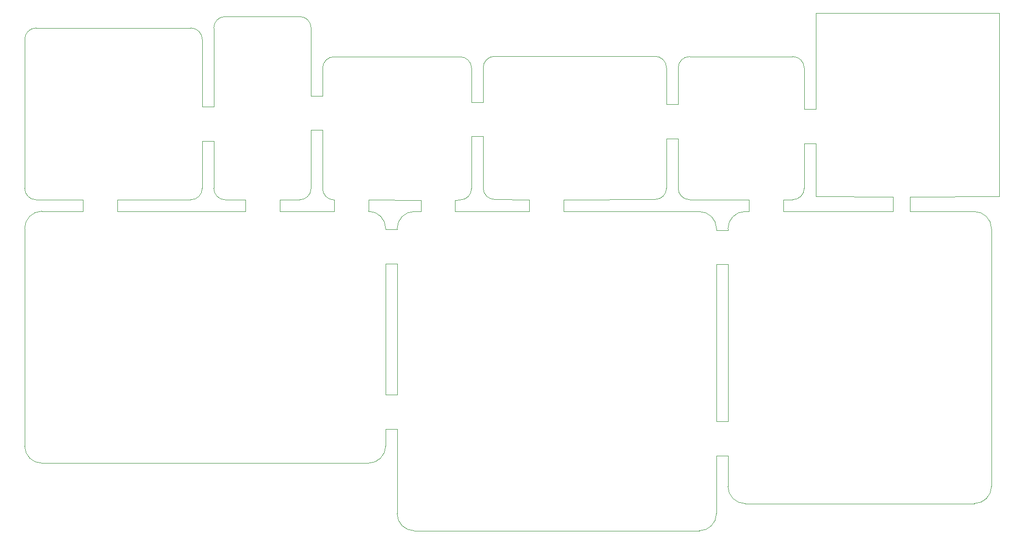
<source format=gbr>
%TF.GenerationSoftware,KiCad,Pcbnew,8.0.3*%
%TF.CreationDate,2024-10-06T13:21:57+03:00*%
%TF.ProjectId,JLC9,4a4c4339-2e6b-4696-9361-645f70636258,rev?*%
%TF.SameCoordinates,Original*%
%TF.FileFunction,Profile,NP*%
%FSLAX46Y46*%
G04 Gerber Fmt 4.6, Leading zero omitted, Abs format (unit mm)*
G04 Created by KiCad (PCBNEW 8.0.3) date 2024-10-06 13:21:57*
%MOMM*%
%LPD*%
G01*
G04 APERTURE LIST*
%TA.AperFunction,Profile*%
%ADD10C,0.100000*%
%TD*%
%TA.AperFunction,Profile*%
%ADD11C,0.050000*%
%TD*%
G04 APERTURE END LIST*
D10*
X194700000Y-84800000D02*
X192700000Y-84800000D01*
X192700000Y-78800000D02*
X194700000Y-78800000D01*
X170664218Y-71585782D02*
X170650000Y-77950000D01*
X168650000Y-77950000D02*
X168630000Y-71550000D01*
X168650000Y-83950000D02*
X168630000Y-92550000D01*
X170664218Y-92585782D02*
X170650000Y-83950000D01*
X189000000Y-94600000D02*
X190664218Y-94585782D01*
X183000000Y-94600000D02*
X172664218Y-94585782D01*
X182350000Y-96650000D02*
X183000000Y-96600000D01*
X183000000Y-96600000D02*
X183000000Y-94600000D01*
X189000000Y-94600000D02*
X189000000Y-96600000D01*
X168650000Y-77950000D02*
X170650000Y-77950000D01*
X170650000Y-83950000D02*
X168650000Y-83950000D01*
X150650000Y-94600000D02*
X166630000Y-94550000D01*
X138630000Y-94550000D02*
X144650000Y-94600000D01*
X131750000Y-96650000D02*
X144650000Y-96600000D01*
X136630000Y-92550000D02*
X136600000Y-83550000D01*
X134600000Y-83550000D02*
X134600000Y-92630000D01*
X134600000Y-71630000D02*
X134600000Y-77550000D01*
X136630000Y-71550000D02*
X136600000Y-77550000D01*
X134600000Y-77550000D02*
X136600000Y-77550000D01*
X136600000Y-83550000D02*
X134600000Y-83550000D01*
X106600000Y-82450000D02*
X106600000Y-92600000D01*
X108600000Y-82450000D02*
X108600000Y-92630000D01*
X108600000Y-71630000D02*
X108600000Y-76450000D01*
X106600000Y-64600000D02*
X106600000Y-76450000D01*
X89600000Y-64600000D02*
X89600000Y-78350000D01*
X87600000Y-78350000D02*
X87600000Y-66600000D01*
X89600000Y-84350000D02*
X89600000Y-92600000D01*
X87588750Y-88350000D02*
X87600000Y-84350000D01*
X95150000Y-96600000D02*
X72800000Y-96600000D01*
X95150000Y-94600000D02*
X91600000Y-94600000D01*
X101150000Y-94600000D02*
X104600000Y-94600000D01*
X110600000Y-96630000D02*
X101150000Y-96600000D01*
X125750000Y-94650000D02*
X116600000Y-94630000D01*
X124600000Y-96650371D02*
X125750000Y-96650000D01*
X132600000Y-94630000D02*
X131750000Y-94650000D01*
X110600000Y-96630000D02*
X110600000Y-94630000D01*
X116600000Y-94630000D02*
X116600000Y-96600000D01*
X108600000Y-82450000D02*
X106600000Y-82450000D01*
X106600000Y-76450000D02*
X108600000Y-76450000D01*
X87600000Y-78350000D02*
X89600000Y-78350000D01*
X89600000Y-84350000D02*
X87600000Y-84350000D01*
X150650000Y-94600000D02*
X150650000Y-96600000D01*
X144650000Y-96600000D02*
X144650000Y-94600000D01*
X131750000Y-94650000D02*
X131750000Y-96650000D01*
X125750000Y-96650000D02*
X125750000Y-94650000D01*
X101150000Y-94600000D02*
X101150000Y-96600000D01*
X95150000Y-96600000D02*
X95150000Y-94600000D01*
X66800000Y-96600000D02*
X66800000Y-94600000D01*
X72800000Y-94600000D02*
X72800000Y-96600000D01*
D11*
X226740094Y-94032352D02*
X226740094Y-62032352D01*
X194740094Y-62007352D02*
X226740094Y-62032352D01*
D10*
X110600000Y-94630000D02*
G75*
G02*
X108600000Y-92630000I-1J1999999D01*
G01*
X134600000Y-92630000D02*
G75*
G02*
X132600000Y-94630028I-2000014J-14D01*
G01*
X108600000Y-71630000D02*
G75*
G02*
X110600000Y-69630000I1999999J1D01*
G01*
X132600000Y-69630000D02*
G75*
G02*
X134600000Y-71630000I-14J-2000014D01*
G01*
X110600000Y-69630000D02*
X132600000Y-69630000D01*
X172664218Y-69585782D02*
X190664218Y-69585782D01*
X172664218Y-94585782D02*
G75*
G02*
X170664218Y-92585782I-14J1999986D01*
G01*
X170664218Y-71585782D02*
G75*
G02*
X172664218Y-69585810I1999986J-14D01*
G01*
X192664218Y-92585782D02*
G75*
G02*
X190664218Y-94585810I-2000014J-14D01*
G01*
X190664218Y-69585782D02*
G75*
G02*
X192664218Y-71585782I-14J-2000014D01*
G01*
X138630000Y-69550000D02*
X166630000Y-69550000D01*
X138630000Y-94550000D02*
G75*
G02*
X136630000Y-92550000I-14J1999986D01*
G01*
X168630000Y-92550000D02*
G75*
G02*
X166630000Y-94550028I-2000014J-14D01*
G01*
X166630000Y-69550000D02*
G75*
G02*
X168630000Y-71550000I-14J-2000014D01*
G01*
X136630000Y-71550000D02*
G75*
G02*
X138630000Y-69550028I1999986J-14D01*
G01*
D11*
X85600000Y-64600000D02*
G75*
G02*
X87600000Y-66600000I1J-1999999D01*
G01*
D10*
X179350000Y-144650000D02*
X179350000Y-139300000D01*
X177350000Y-139300000D02*
X177350000Y-149400371D01*
X179350000Y-133300000D02*
X179350000Y-105900000D01*
X177350000Y-105900000D02*
X177350000Y-133300000D01*
X179350000Y-99900000D02*
X179350000Y-99650000D01*
X177350000Y-99650371D02*
X177350000Y-99900000D01*
X177350000Y-133300000D02*
X179350000Y-133300000D01*
X179350000Y-139300000D02*
X177350000Y-139300000D01*
X177350000Y-99900000D02*
X179350000Y-99900000D01*
X179350000Y-105900000D02*
X177350000Y-105900000D01*
X174350000Y-96650371D02*
X150650000Y-96600000D01*
X119600000Y-99800000D02*
X119600000Y-99600000D01*
X121600000Y-99650371D02*
X121600000Y-99800000D01*
X119600000Y-105800000D02*
X119600000Y-128650000D01*
X121600000Y-128650000D02*
X121600000Y-105800000D01*
X121600000Y-134650000D02*
X121600000Y-149400371D01*
X119600000Y-134650000D02*
X119600000Y-137600000D01*
X121600000Y-105800000D02*
X119600000Y-105800000D01*
X119600000Y-99800000D02*
X121600000Y-99800000D01*
X121600000Y-134650000D02*
X119600000Y-134650000D01*
X119600000Y-128650000D02*
X121600000Y-128650000D01*
X72800000Y-94600000D02*
X85600000Y-94600000D01*
X66800000Y-96600000D02*
X59600000Y-96600000D01*
X58600000Y-94600000D02*
X66800000Y-94600000D01*
X87600000Y-92600000D02*
X87588750Y-88350000D01*
X89600000Y-64600000D02*
G75*
G02*
X91600000Y-62600000I2000000J0D01*
G01*
X91600000Y-62600000D02*
X104600000Y-62600000D01*
X104600000Y-62600000D02*
G75*
G02*
X106600000Y-64600000I0J-2000000D01*
G01*
X106600000Y-92600000D02*
G75*
G02*
X104600000Y-94600000I-2000000J0D01*
G01*
X91600000Y-94600000D02*
G75*
G02*
X89600000Y-92600000I0J2000000D01*
G01*
D11*
X56600000Y-66600000D02*
G75*
G02*
X58600000Y-64600000I2000000J0D01*
G01*
X56600000Y-92600000D02*
X56600000Y-66600000D01*
X87600000Y-92600000D02*
G75*
G02*
X85600000Y-94600000I-2000000J0D01*
G01*
X58600000Y-64600000D02*
X85600000Y-64600000D01*
X58600000Y-94600000D02*
G75*
G02*
X56600000Y-92600000I0J2000000D01*
G01*
D10*
X174350000Y-152400371D02*
X124600000Y-152400371D01*
X116600000Y-140600000D02*
X59600000Y-140600000D01*
X59600000Y-140600000D02*
G75*
G02*
X56600000Y-137600000I0J3000000D01*
G01*
X56600000Y-99600000D02*
G75*
G02*
X59600000Y-96600000I3000000J0D01*
G01*
X56600000Y-137600000D02*
X56600000Y-99600000D01*
X174350000Y-96650371D02*
G75*
G02*
X177350000Y-99650371I0J-3000000D01*
G01*
X116600000Y-96600000D02*
G75*
G02*
X119600000Y-99600000I0J-3000000D01*
G01*
X177350000Y-149400371D02*
G75*
G02*
X174350000Y-152400371I-3000000J0D01*
G01*
X121600000Y-99650371D02*
G75*
G02*
X124600000Y-96650371I3000000J0D01*
G01*
X119600000Y-137600000D02*
G75*
G02*
X116600000Y-140600000I-3000000J0D01*
G01*
X124600000Y-152400371D02*
G75*
G02*
X121600000Y-149400371I0J3000000D01*
G01*
X225350000Y-99650000D02*
X225350000Y-144650000D01*
X182350000Y-147650000D02*
G75*
G02*
X179350000Y-144650000I0J3000000D01*
G01*
X222350000Y-96650000D02*
G75*
G02*
X225350000Y-99650000I0J-3000000D01*
G01*
X179350000Y-99650000D02*
G75*
G02*
X182350000Y-96650000I3000000J0D01*
G01*
X225350000Y-144650000D02*
G75*
G02*
X222350000Y-147650000I-3000000J0D01*
G01*
X222350000Y-147650000D02*
X182350000Y-147650000D01*
X192664218Y-92585782D02*
X192700000Y-84800000D01*
X192664218Y-71585782D02*
X192700000Y-78800000D01*
X211100000Y-94050000D02*
X211100000Y-96650000D01*
X208150000Y-96650000D02*
X208150000Y-94050000D01*
X222350000Y-96650000D02*
X211100000Y-96650000D01*
X208150000Y-96650000D02*
X189000000Y-96600000D01*
X194700000Y-78800000D02*
X194740094Y-62007352D01*
X211100000Y-94050000D02*
X226740094Y-94032352D01*
X208150000Y-94050000D02*
X194740094Y-94007352D01*
X194700000Y-84800000D02*
X194740094Y-94007352D01*
M02*

</source>
